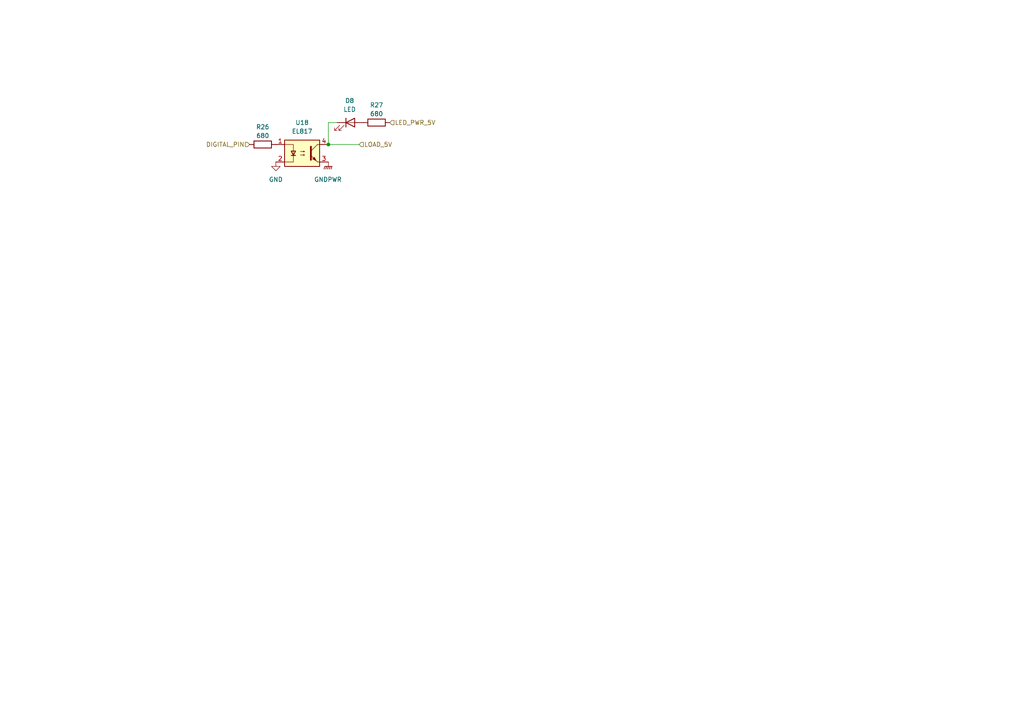
<source format=kicad_sch>
(kicad_sch (version 20210621) (generator eeschema)
  (paper "A4")
  (lib_symbols
    (symbol "Device:LED" (pin_numbers hide) (pin_names (offset 1.016) hide)
      (property "Reference" "D" (at 0 2.54 0))
      (property "Value" "LED" (at 0 -2.54 0))
      (symbol "LED_0_1"
        (polyline (pts (xy -1.27 -1.27) (xy -1.27 1.27)) (stroke (width 0.254)))
        (polyline (pts (xy -1.27 0) (xy 1.27 0)))
        (polyline (pts (xy 1.27 -1.27) (xy 1.27 1.27) (xy -1.27 0) (xy 1.27 -1.27)) (stroke (width 0.254)))
        (polyline (pts (xy -3.048 -0.762) (xy -4.572 -2.286) (xy -3.81 -2.286) (xy -4.572 -2.286) (xy -4.572 -1.524)))
        (polyline (pts (xy -1.778 -0.762) (xy -3.302 -2.286) (xy -2.54 -2.286) (xy -3.302 -2.286) (xy -3.302 -1.524)))
      )
      (symbol "LED_1_1"
        (pin passive line (at -3.81 0 0) (length 2.54) (name "K") (number "1"))
        (pin passive line (at 3.81 0 180) (length 2.54) (name "A") (number "2"))
      )
    )
    (symbol "Device:R" (pin_numbers hide) (pin_names (offset 0))
      (property "Reference" "R" (at 2.032 0 90))
      (property "Value" "R" (at 0 0 90))
      (symbol "R_0_1"
        (rectangle (start -1.016 -2.54) (end 1.016 2.54) (stroke (width 0.254)))
      )
      (symbol "R_1_1"
        (pin passive line (at 0 3.81 270) (length 1.27) (name "~") (number "1"))
        (pin passive line (at 0 -3.81 90) (length 1.27) (name "~") (number "2"))
      )
    )
    (symbol "jlcpcb:EL817" (pin_names (offset 1.016))
      (property "Reference" "U" (at -5.08 6.35 0))
      (property "Value" "EL817" (at 3.81 6.35 0))
      (symbol "EL817_1_1"
        (rectangle (start -5.08 3.81) (end 5.08 -3.81) (stroke (width 0.254)) (fill (type background)))
        (polyline (pts (xy -3.175 -0.635) (xy -1.905 -0.635)) (stroke (width 0.254)))
        (polyline (pts (xy 2.54 0.635) (xy 4.445 2.54)))
        (polyline (pts (xy 4.445 -2.54) (xy 5.08 -2.54)))
        (polyline (pts (xy 4.445 2.54) (xy 5.08 2.54)))
        (polyline (pts (xy -5.08 2.54) (xy -2.54 2.54) (xy -2.54 -0.635)))
        (polyline (pts (xy -2.54 -0.635) (xy -2.54 -2.54) (xy -5.08 -2.54)))
        (polyline (pts (xy 2.54 1.905) (xy 2.54 -1.905) (xy 2.54 -1.905)) (stroke (width 0.508)))
        (polyline (pts (xy -2.54 -0.635) (xy -3.175 0.635) (xy -1.905 0.635) (xy -2.54 -0.635)) (stroke (width 0.254)))
        (polyline (pts (xy -0.508 -0.508) (xy 0.762 -0.508) (xy 0.381 -0.635) (xy 0.381 -0.381) (xy 0.762 -0.508)))
        (polyline (pts (xy -0.508 0.508) (xy 0.762 0.508) (xy 0.381 0.381) (xy 0.381 0.635) (xy 0.762 0.508)))
        (polyline (pts (xy 4.445 -2.54) (xy 2.54 -0.635)) (fill (type outline)))
        (polyline (pts (xy 3.048 -1.651) (xy 3.556 -1.143) (xy 4.064 -2.159) (xy 3.048 -1.651) (xy 3.048 -1.651)) (fill (type outline)))
        (pin passive line (at -7.62 2.54 0) (length 2.54) (name "~") (number "1"))
        (pin passive line (at -7.62 -2.54 0) (length 2.54) (name "~") (number "2"))
        (pin passive line (at 7.62 -2.54 180) (length 2.54) (name "~") (number "3"))
        (pin passive line (at 7.62 2.54 180) (length 2.54) (name "~") (number "4"))
      )
    )
    (symbol "power:GND" (power) (pin_names (offset 0))
      (property "Value" "GND" (at 0 -3.81 0))
      (symbol "GND_0_1"
        (polyline (pts (xy 0 0) (xy 0 -1.27) (xy 1.27 -1.27) (xy 0 -2.54) (xy -1.27 -1.27) (xy 0 -1.27)))
      )
      (symbol "GND_1_1"
        (pin power_in line (at 0 0 270) (length 0) hide (name "GND") (number "1"))
      )
    )
    (symbol "power:GNDPWR" (power) (pin_names (offset 0))
      (property "Value" "GNDPWR" (at 0 -3.302 0))
      (symbol "GNDPWR_0_1"
        (polyline (pts (xy 0 -1.27) (xy 0 0)))
        (polyline (pts (xy -1.016 -1.27) (xy -1.27 -2.032) (xy -1.27 -2.032)) (stroke (width 0.2032)))
        (polyline (pts (xy -0.508 -1.27) (xy -0.762 -2.032) (xy -0.762 -2.032)) (stroke (width 0.2032)))
        (polyline (pts (xy 0 -1.27) (xy -0.254 -2.032) (xy -0.254 -2.032)) (stroke (width 0.2032)))
        (polyline (pts (xy 0.508 -1.27) (xy 0.254 -2.032) (xy 0.254 -2.032)) (stroke (width 0.2032)))
        (polyline (pts (xy 1.016 -1.27) (xy -1.016 -1.27) (xy -1.016 -1.27)) (stroke (width 0.2032)))
        (polyline (pts (xy 1.016 -1.27) (xy 0.762 -2.032) (xy 0.762 -2.032) (xy 0.762 -2.032)) (stroke (width 0.2032)))
      )
      (symbol "GNDPWR_1_1"
        (pin power_in line (at 0 0 270) (length 0) hide (name "GNDPWR") (number "1"))
      )
    )
  )
  (junction (at 95.25 41.91) (diameter 0.9144))
  (wire (pts (xy 95.25 35.56) (xy 95.25 41.91)))
  (wire (pts (xy 95.25 41.91) (xy 104.14 41.91)))
  (wire (pts (xy 97.79 35.56) (xy 95.25 35.56)))
  (hierarchical_label "DIGITAL_PIN" (shape input) (at 72.39 41.91 180))
  (hierarchical_label "LOAD_5V" (shape input) (at 104.14 41.91 0))
  (hierarchical_label "LED_PWR_5V" (shape input) (at 113.03 35.56 0))
  (symbol (lib_id "power:GNDPWR") (at 95.25 46.99 0)
    (property "Reference" "#PWR0133" (effects hide))
    (property "Value" "GNDPWR" (at 95.123 52.07 0))
  )
  (symbol (lib_id "power:GND") (at 80.01 46.99 0)
    (property "Reference" "#PWR0134" (effects hide))
    (property "Value" "GND" (at 80.01 52.07 0))
  )
  (symbol (lib_id "Device:R") (at 76.2 41.91 90)
    (property "Reference" "R26" (at 76.2 36.83 90))
    (property "Value" "680" (at 76.2 39.37 90))
    (property "Footprint" "Resistor_SMD:R_0402_1005Metric" (effects hide))
    (property "Datasheet" "https://datasheet.lcsc.com/lcsc/1811011222_UNI-ROYAL-Uniroyal-Elec-0402WGF6801TCE_C25917.pdf" (effects hide))
    (property "LCSC" "C25917" (effects hide))
  )
  (symbol (lib_id "Device:R") (at 109.22 35.56 90)
    (property "Reference" "R27" (at 109.22 30.48 90))
    (property "Value" "680" (at 109.22 33.02 90))
    (property "Footprint" "Resistor_SMD:R_0402_1005Metric" (effects hide))
    (property "Datasheet" "https://datasheet.lcsc.com/lcsc/1811011222_UNI-ROYAL-Uniroyal-Elec-0402WGF6801TCE_C25917.pdf" (effects hide))
    (property "LCSC" "C25917" (effects hide))
  )
  (symbol (lib_id "Device:LED") (at 101.6 35.56 0)
    (property "Reference" "D8" (at 101.4095 29.21 0))
    (property "Value" "LED" (at 101.4095 31.75 0))
    (property "Footprint" "Resistor_SMD:R_0805_2012Metric" (effects hide))
    (property "Datasheet" "https://datasheet.lcsc.com/lcsc/2008201032_Foshan-NationStar-Optoelectronics-NCD0805R1_C84256.pdf" (effects hide))
    (property "LCSC" "C84256" (effects hide))
  )
  (symbol (lib_id "jlcpcb:EL817") (at 87.63 44.45 0)
    (property "Reference" "U18" (at 87.63 35.56 0))
    (property "Value" "EL817" (at 87.63 38.1 0))
    (property "Footprint" "jlcpcb:EL817" (effects hide))
    (property "Datasheet" "https://datasheet.lcsc.com/szlcsc/Everlight-Elec-EL817S1-C-TU-F_C106900.pdf" (effects hide))
    (property "LCSC" "C106900" (effects hide))
  )
)
</source>
